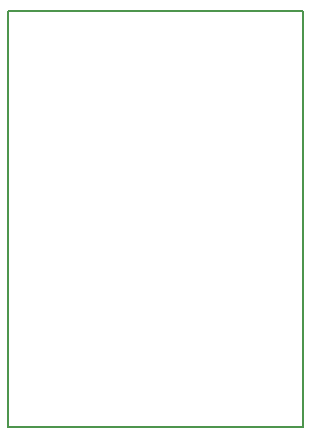
<source format=gko>
G04*
G04 #@! TF.GenerationSoftware,Altium Limited,Altium Designer,20.1.14 (287)*
G04*
G04 Layer_Color=16711935*
%FSLAX25Y25*%
%MOIN*%
G70*
G04*
G04 #@! TF.SameCoordinates,C6E2488E-A08A-4CE9-B207-DE92606EBE29*
G04*
G04*
G04 #@! TF.FilePolarity,Positive*
G04*
G01*
G75*
%ADD19C,0.00500*%
D19*
X0Y138563D02*
X98425D01*
X0Y0D02*
Y138563D01*
X98425Y0D02*
Y138563D01*
X0Y0D02*
X98425D01*
M02*

</source>
